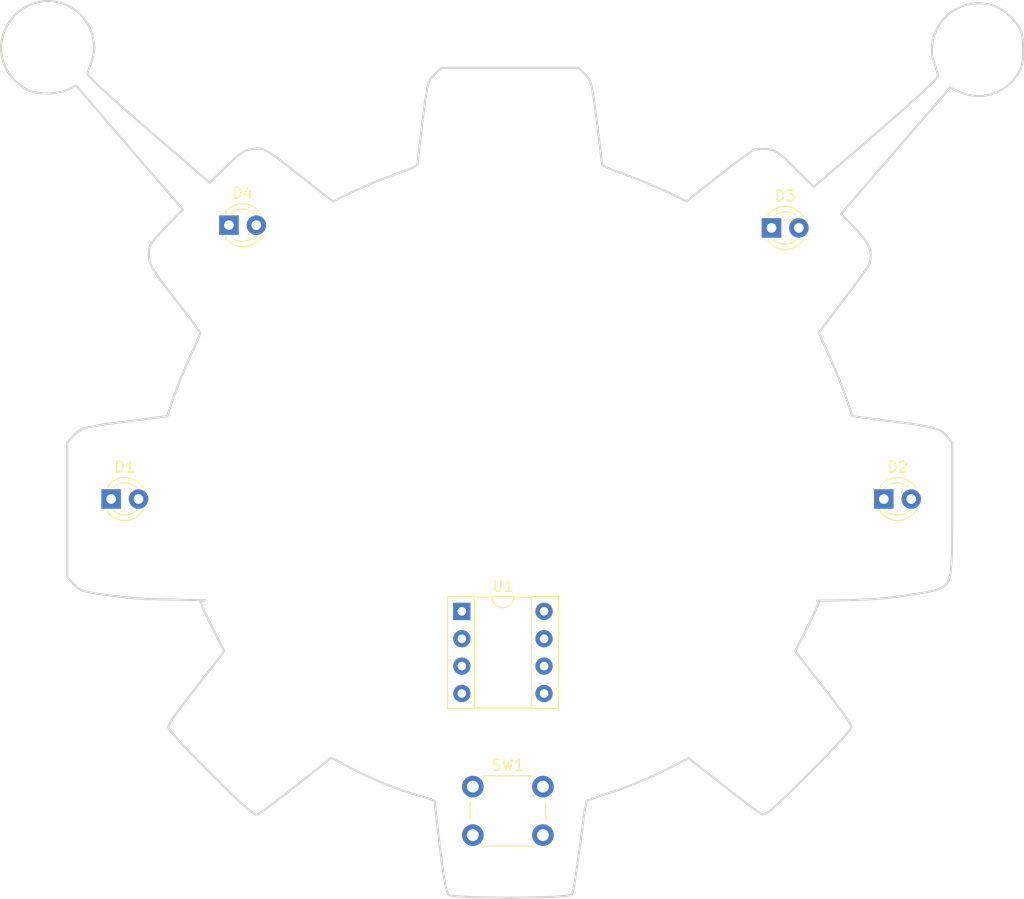
<source format=kicad_pcb>
(kicad_pcb (version 20171130) (host pcbnew no-vcs-found-cba430d~61~ubuntu16.04.1)

  (general
    (thickness 1.6)
    (drawings 324)
    (tracks 0)
    (zones 0)
    (modules 6)
    (nets 8)
  )

  (page A4)
  (layers
    (0 F.Cu signal)
    (31 B.Cu signal)
    (32 B.Adhes user)
    (33 F.Adhes user)
    (34 B.Paste user)
    (35 F.Paste user)
    (36 B.SilkS user)
    (37 F.SilkS user)
    (38 B.Mask user)
    (39 F.Mask user)
    (40 Dwgs.User user)
    (41 Cmts.User user)
    (42 Eco1.User user)
    (43 Eco2.User user)
    (44 Edge.Cuts user)
    (45 Margin user)
    (46 B.CrtYd user)
    (47 F.CrtYd user)
    (48 B.Fab user)
    (49 F.Fab user)
  )

  (setup
    (last_trace_width 0.25)
    (trace_clearance 0.2)
    (zone_clearance 0.508)
    (zone_45_only no)
    (trace_min 0.2)
    (segment_width 0.2)
    (edge_width 0.15)
    (via_size 0.8)
    (via_drill 0.4)
    (via_min_size 0.4)
    (via_min_drill 0.3)
    (uvia_size 0.3)
    (uvia_drill 0.1)
    (uvias_allowed no)
    (uvia_min_size 0.2)
    (uvia_min_drill 0.1)
    (pcb_text_width 0.3)
    (pcb_text_size 1.5 1.5)
    (mod_edge_width 0.15)
    (mod_text_size 1 1)
    (mod_text_width 0.15)
    (pad_size 1.524 1.524)
    (pad_drill 0.762)
    (pad_to_mask_clearance 0.2)
    (aux_axis_origin 0 0)
    (visible_elements FFFFFF7F)
    (pcbplotparams
      (layerselection 0x010fc_ffffffff)
      (usegerberextensions false)
      (usegerberattributes false)
      (usegerberadvancedattributes false)
      (creategerberjobfile false)
      (excludeedgelayer true)
      (linewidth 0.100000)
      (plotframeref false)
      (viasonmask false)
      (mode 1)
      (useauxorigin false)
      (hpglpennumber 1)
      (hpglpenspeed 20)
      (hpglpendiameter 15)
      (psnegative false)
      (psa4output false)
      (plotreference true)
      (plotvalue true)
      (plotinvisibletext false)
      (padsonsilk false)
      (subtractmaskfromsilk false)
      (outputformat 1)
      (mirror false)
      (drillshape 1)
      (scaleselection 1)
      (outputdirectory ""))
  )

  (net 0 "")
  (net 1 GND)
  (net 2 "Net-(D1-Pad2)")
  (net 3 "Net-(D2-Pad2)")
  (net 4 "Net-(D3-Pad2)")
  (net 5 "Net-(D4-Pad2)")
  (net 6 "Net-(SW1-Pad2)")
  (net 7 "Net-(SW1-Pad1)")

  (net_class Default "This is the default net class."
    (clearance 0.2)
    (trace_width 0.25)
    (via_dia 0.8)
    (via_drill 0.4)
    (uvia_dia 0.3)
    (uvia_drill 0.1)
    (add_net GND)
    (add_net "Net-(D1-Pad2)")
    (add_net "Net-(D2-Pad2)")
    (add_net "Net-(D3-Pad2)")
    (add_net "Net-(D4-Pad2)")
    (add_net "Net-(SW1-Pad1)")
    (add_net "Net-(SW1-Pad2)")
  )

  (module LEDs:LED_D3.0mm (layer F.Cu) (tedit 587A3A7B) (tstamp 5A8E0194)
    (at 123.698 102.616)
    (descr "LED, diameter 3.0mm, 2 pins")
    (tags "LED diameter 3.0mm 2 pins")
    (path /5A6A56F9)
    (fp_text reference D1 (at 1.27 -2.96) (layer F.SilkS)
      (effects (font (size 1 1) (thickness 0.15)))
    )
    (fp_text value LED (at 1.27 2.96) (layer F.Fab)
      (effects (font (size 1 1) (thickness 0.15)))
    )
    (fp_arc (start 1.27 0) (end -0.23 -1.16619) (angle 284.3) (layer F.Fab) (width 0.1))
    (fp_arc (start 1.27 0) (end -0.29 -1.235516) (angle 108.8) (layer F.SilkS) (width 0.12))
    (fp_arc (start 1.27 0) (end -0.29 1.235516) (angle -108.8) (layer F.SilkS) (width 0.12))
    (fp_arc (start 1.27 0) (end 0.229039 -1.08) (angle 87.9) (layer F.SilkS) (width 0.12))
    (fp_arc (start 1.27 0) (end 0.229039 1.08) (angle -87.9) (layer F.SilkS) (width 0.12))
    (fp_circle (center 1.27 0) (end 2.77 0) (layer F.Fab) (width 0.1))
    (fp_line (start -0.23 -1.16619) (end -0.23 1.16619) (layer F.Fab) (width 0.1))
    (fp_line (start -0.29 -1.236) (end -0.29 -1.08) (layer F.SilkS) (width 0.12))
    (fp_line (start -0.29 1.08) (end -0.29 1.236) (layer F.SilkS) (width 0.12))
    (fp_line (start -1.15 -2.25) (end -1.15 2.25) (layer F.CrtYd) (width 0.05))
    (fp_line (start -1.15 2.25) (end 3.7 2.25) (layer F.CrtYd) (width 0.05))
    (fp_line (start 3.7 2.25) (end 3.7 -2.25) (layer F.CrtYd) (width 0.05))
    (fp_line (start 3.7 -2.25) (end -1.15 -2.25) (layer F.CrtYd) (width 0.05))
    (pad 1 thru_hole rect (at 0 0) (size 1.8 1.8) (drill 0.9) (layers *.Cu *.Mask)
      (net 1 GND))
    (pad 2 thru_hole circle (at 2.54 0) (size 1.8 1.8) (drill 0.9) (layers *.Cu *.Mask)
      (net 2 "Net-(D1-Pad2)"))
    (model ${KISYS3DMOD}/LEDs.3dshapes/LED_D3.0mm.wrl
      (at (xyz 0 0 0))
      (scale (xyz 0.393701 0.393701 0.393701))
      (rotate (xyz 0 0 0))
    )
    (model ${KISYS3DMOD}/LED_THT.3dshapes/LED_D5.0mm.wrl
      (offset (xyz 0 0 -2.5))
      (scale (xyz 1 1 1))
      (rotate (xyz 0 0 0))
    )
  )

  (module LEDs:LED_D3.0mm (layer F.Cu) (tedit 587A3A7B) (tstamp 5A8E01A7)
    (at 195.326 102.616)
    (descr "LED, diameter 3.0mm, 2 pins")
    (tags "LED diameter 3.0mm 2 pins")
    (path /5A6A5687)
    (fp_text reference D2 (at 1.27 -2.96) (layer F.SilkS)
      (effects (font (size 1 1) (thickness 0.15)))
    )
    (fp_text value LED (at 1.27 2.96) (layer F.Fab)
      (effects (font (size 1 1) (thickness 0.15)))
    )
    (fp_arc (start 1.27 0) (end -0.23 -1.16619) (angle 284.3) (layer F.Fab) (width 0.1))
    (fp_arc (start 1.27 0) (end -0.29 -1.235516) (angle 108.8) (layer F.SilkS) (width 0.12))
    (fp_arc (start 1.27 0) (end -0.29 1.235516) (angle -108.8) (layer F.SilkS) (width 0.12))
    (fp_arc (start 1.27 0) (end 0.229039 -1.08) (angle 87.9) (layer F.SilkS) (width 0.12))
    (fp_arc (start 1.27 0) (end 0.229039 1.08) (angle -87.9) (layer F.SilkS) (width 0.12))
    (fp_circle (center 1.27 0) (end 2.77 0) (layer F.Fab) (width 0.1))
    (fp_line (start -0.23 -1.16619) (end -0.23 1.16619) (layer F.Fab) (width 0.1))
    (fp_line (start -0.29 -1.236) (end -0.29 -1.08) (layer F.SilkS) (width 0.12))
    (fp_line (start -0.29 1.08) (end -0.29 1.236) (layer F.SilkS) (width 0.12))
    (fp_line (start -1.15 -2.25) (end -1.15 2.25) (layer F.CrtYd) (width 0.05))
    (fp_line (start -1.15 2.25) (end 3.7 2.25) (layer F.CrtYd) (width 0.05))
    (fp_line (start 3.7 2.25) (end 3.7 -2.25) (layer F.CrtYd) (width 0.05))
    (fp_line (start 3.7 -2.25) (end -1.15 -2.25) (layer F.CrtYd) (width 0.05))
    (pad 1 thru_hole rect (at 0 0) (size 1.8 1.8) (drill 0.9) (layers *.Cu *.Mask)
      (net 2 "Net-(D1-Pad2)"))
    (pad 2 thru_hole circle (at 2.54 0) (size 1.8 1.8) (drill 0.9) (layers *.Cu *.Mask)
      (net 3 "Net-(D2-Pad2)"))
    (model ${KISYS3DMOD}/LEDs.3dshapes/LED_D3.0mm.wrl
      (at (xyz 0 0 0))
      (scale (xyz 0.3937 0.3937 0.3937))
      (rotate (xyz 0 0 0))
    )
    (model ${KISYS3DMOD}/LED_THT.3dshapes/LED_D5.0mm.wrl
      (offset (xyz 0 0 -2.5))
      (scale (xyz 1 1 1))
      (rotate (xyz 0 0 0))
    )
  )

  (module LEDs:LED_D3.0mm (layer F.Cu) (tedit 587A3A7B) (tstamp 5A8E01BA)
    (at 184.912 77.47)
    (descr "LED, diameter 3.0mm, 2 pins")
    (tags "LED diameter 3.0mm 2 pins")
    (path /5A6A5627)
    (fp_text reference D3 (at 1.27 -2.96) (layer F.SilkS)
      (effects (font (size 1 1) (thickness 0.15)))
    )
    (fp_text value LED (at 1.27 2.96) (layer F.Fab)
      (effects (font (size 1 1) (thickness 0.15)))
    )
    (fp_line (start 3.7 -2.25) (end -1.15 -2.25) (layer F.CrtYd) (width 0.05))
    (fp_line (start 3.7 2.25) (end 3.7 -2.25) (layer F.CrtYd) (width 0.05))
    (fp_line (start -1.15 2.25) (end 3.7 2.25) (layer F.CrtYd) (width 0.05))
    (fp_line (start -1.15 -2.25) (end -1.15 2.25) (layer F.CrtYd) (width 0.05))
    (fp_line (start -0.29 1.08) (end -0.29 1.236) (layer F.SilkS) (width 0.12))
    (fp_line (start -0.29 -1.236) (end -0.29 -1.08) (layer F.SilkS) (width 0.12))
    (fp_line (start -0.23 -1.16619) (end -0.23 1.16619) (layer F.Fab) (width 0.1))
    (fp_circle (center 1.27 0) (end 2.77 0) (layer F.Fab) (width 0.1))
    (fp_arc (start 1.27 0) (end 0.229039 1.08) (angle -87.9) (layer F.SilkS) (width 0.12))
    (fp_arc (start 1.27 0) (end 0.229039 -1.08) (angle 87.9) (layer F.SilkS) (width 0.12))
    (fp_arc (start 1.27 0) (end -0.29 1.235516) (angle -108.8) (layer F.SilkS) (width 0.12))
    (fp_arc (start 1.27 0) (end -0.29 -1.235516) (angle 108.8) (layer F.SilkS) (width 0.12))
    (fp_arc (start 1.27 0) (end -0.23 -1.16619) (angle 284.3) (layer F.Fab) (width 0.1))
    (pad 2 thru_hole circle (at 2.54 0) (size 1.8 1.8) (drill 0.9) (layers *.Cu *.Mask)
      (net 4 "Net-(D3-Pad2)"))
    (pad 1 thru_hole rect (at 0 0) (size 1.8 1.8) (drill 0.9) (layers *.Cu *.Mask)
      (net 3 "Net-(D2-Pad2)"))
    (model ${KISYS3DMOD}/LEDs.3dshapes/LED_D3.0mm.wrl
      (at (xyz 0 0 0))
      (scale (xyz 0.393701 0.393701 0.393701))
      (rotate (xyz 0 0 0))
    )
    (model ${KISYS3DMOD}/LED_THT.3dshapes/LED_D5.0mm.wrl
      (offset (xyz 0 0 -2.5))
      (scale (xyz 1 1 1))
      (rotate (xyz 0 0 0))
    )
  )

  (module LEDs:LED_D3.0mm (layer F.Cu) (tedit 587A3A7B) (tstamp 5A8E01CD)
    (at 134.62 77.216)
    (descr "LED, diameter 3.0mm, 2 pins")
    (tags "LED diameter 3.0mm 2 pins")
    (path /5A6A5563)
    (fp_text reference D4 (at 1.27 -2.96) (layer F.SilkS)
      (effects (font (size 1 1) (thickness 0.15)))
    )
    (fp_text value LED (at 1.27 2.96) (layer F.Fab)
      (effects (font (size 1 1) (thickness 0.15)))
    )
    (fp_line (start 3.7 -2.25) (end -1.15 -2.25) (layer F.CrtYd) (width 0.05))
    (fp_line (start 3.7 2.25) (end 3.7 -2.25) (layer F.CrtYd) (width 0.05))
    (fp_line (start -1.15 2.25) (end 3.7 2.25) (layer F.CrtYd) (width 0.05))
    (fp_line (start -1.15 -2.25) (end -1.15 2.25) (layer F.CrtYd) (width 0.05))
    (fp_line (start -0.29 1.08) (end -0.29 1.236) (layer F.SilkS) (width 0.12))
    (fp_line (start -0.29 -1.236) (end -0.29 -1.08) (layer F.SilkS) (width 0.12))
    (fp_line (start -0.23 -1.16619) (end -0.23 1.16619) (layer F.Fab) (width 0.1))
    (fp_circle (center 1.27 0) (end 2.77 0) (layer F.Fab) (width 0.1))
    (fp_arc (start 1.27 0) (end 0.229039 1.08) (angle -87.9) (layer F.SilkS) (width 0.12))
    (fp_arc (start 1.27 0) (end 0.229039 -1.08) (angle 87.9) (layer F.SilkS) (width 0.12))
    (fp_arc (start 1.27 0) (end -0.29 1.235516) (angle -108.8) (layer F.SilkS) (width 0.12))
    (fp_arc (start 1.27 0) (end -0.29 -1.235516) (angle 108.8) (layer F.SilkS) (width 0.12))
    (fp_arc (start 1.27 0) (end -0.23 -1.16619) (angle 284.3) (layer F.Fab) (width 0.1))
    (pad 2 thru_hole circle (at 2.54 0) (size 1.8 1.8) (drill 0.9) (layers *.Cu *.Mask)
      (net 5 "Net-(D4-Pad2)"))
    (pad 1 thru_hole rect (at 0 0) (size 1.8 1.8) (drill 0.9) (layers *.Cu *.Mask)
      (net 4 "Net-(D3-Pad2)"))
    (model ${KISYS3DMOD}/LEDs.3dshapes/LED_D3.0mm.wrl
      (at (xyz 0 0 0))
      (scale (xyz 0.393701 0.393701 0.393701))
      (rotate (xyz 0 0 0))
    )
    (model ${KISYS3DMOD}/LED_THT.3dshapes/LED_D5.0mm.wrl
      (offset (xyz 0 0 -2.5))
      (scale (xyz 1 1 1))
      (rotate (xyz 0 0 0))
    )
  )

  (module Buttons_Switches_THT:SW_PUSH_6mm (layer F.Cu) (tedit 5923F252) (tstamp 5A8E036A)
    (at 157.226 129.286)
    (descr https://www.omron.com/ecb/products/pdf/en-b3f.pdf)
    (tags "tact sw push 6mm")
    (path /5A60B36C)
    (fp_text reference SW1 (at 3.25 -2) (layer F.SilkS)
      (effects (font (size 1 1) (thickness 0.15)))
    )
    (fp_text value SW_DIP_x02 (at 3.75 6.7) (layer F.Fab)
      (effects (font (size 1 1) (thickness 0.15)))
    )
    (fp_text user %R (at 3.25 2.25) (layer F.Fab)
      (effects (font (size 1 1) (thickness 0.15)))
    )
    (fp_line (start 3.25 -0.75) (end 6.25 -0.75) (layer F.Fab) (width 0.1))
    (fp_line (start 6.25 -0.75) (end 6.25 5.25) (layer F.Fab) (width 0.1))
    (fp_line (start 6.25 5.25) (end 0.25 5.25) (layer F.Fab) (width 0.1))
    (fp_line (start 0.25 5.25) (end 0.25 -0.75) (layer F.Fab) (width 0.1))
    (fp_line (start 0.25 -0.75) (end 3.25 -0.75) (layer F.Fab) (width 0.1))
    (fp_line (start 7.75 6) (end 8 6) (layer F.CrtYd) (width 0.05))
    (fp_line (start 8 6) (end 8 5.75) (layer F.CrtYd) (width 0.05))
    (fp_line (start 7.75 -1.5) (end 8 -1.5) (layer F.CrtYd) (width 0.05))
    (fp_line (start 8 -1.5) (end 8 -1.25) (layer F.CrtYd) (width 0.05))
    (fp_line (start -1.5 -1.25) (end -1.5 -1.5) (layer F.CrtYd) (width 0.05))
    (fp_line (start -1.5 -1.5) (end -1.25 -1.5) (layer F.CrtYd) (width 0.05))
    (fp_line (start -1.5 5.75) (end -1.5 6) (layer F.CrtYd) (width 0.05))
    (fp_line (start -1.5 6) (end -1.25 6) (layer F.CrtYd) (width 0.05))
    (fp_line (start -1.25 -1.5) (end 7.75 -1.5) (layer F.CrtYd) (width 0.05))
    (fp_line (start -1.5 5.75) (end -1.5 -1.25) (layer F.CrtYd) (width 0.05))
    (fp_line (start 7.75 6) (end -1.25 6) (layer F.CrtYd) (width 0.05))
    (fp_line (start 8 -1.25) (end 8 5.75) (layer F.CrtYd) (width 0.05))
    (fp_line (start 1 5.5) (end 5.5 5.5) (layer F.SilkS) (width 0.12))
    (fp_line (start -0.25 1.5) (end -0.25 3) (layer F.SilkS) (width 0.12))
    (fp_line (start 5.5 -1) (end 1 -1) (layer F.SilkS) (width 0.12))
    (fp_line (start 6.75 3) (end 6.75 1.5) (layer F.SilkS) (width 0.12))
    (fp_circle (center 3.25 2.25) (end 1.25 2.5) (layer F.Fab) (width 0.1))
    (pad 2 thru_hole circle (at 0 4.5 90) (size 2 2) (drill 1.1) (layers *.Cu *.Mask)
      (net 6 "Net-(SW1-Pad2)"))
    (pad 1 thru_hole circle (at 0 0 90) (size 2 2) (drill 1.1) (layers *.Cu *.Mask)
      (net 7 "Net-(SW1-Pad1)"))
    (pad 2 thru_hole circle (at 6.5 4.5 90) (size 2 2) (drill 1.1) (layers *.Cu *.Mask)
      (net 6 "Net-(SW1-Pad2)"))
    (pad 1 thru_hole circle (at 6.5 0 90) (size 2 2) (drill 1.1) (layers *.Cu *.Mask)
      (net 7 "Net-(SW1-Pad1)"))
    (model ${KISYS3DMOD}/Button_Switch_THT.3dshapes/SW_PUSH_6mm_h5mm.wrl
      (at (xyz 0 0 0))
      (scale (xyz 1 1 1))
      (rotate (xyz 0 0 0))
    )
  )

  (module Package_DIP:DIP-8_W7.62mm_Socket (layer F.Cu) (tedit 5A02E8C5) (tstamp 5A8C2026)
    (at 156.21 113.03)
    (descr "8-lead though-hole mounted DIP package, row spacing 7.62 mm (300 mils), Socket")
    (tags "THT DIP DIL PDIP 2.54mm 7.62mm 300mil Socket")
    (path /5A6A5096)
    (fp_text reference U1 (at 3.81 -2.33) (layer F.SilkS)
      (effects (font (size 1 1) (thickness 0.15)))
    )
    (fp_text value LM555 (at 3.81 9.95) (layer F.Fab)
      (effects (font (size 1 1) (thickness 0.15)))
    )
    (fp_arc (start 3.81 -1.33) (end 2.81 -1.33) (angle -180) (layer F.SilkS) (width 0.12))
    (fp_line (start 1.635 -1.27) (end 6.985 -1.27) (layer F.Fab) (width 0.1))
    (fp_line (start 6.985 -1.27) (end 6.985 8.89) (layer F.Fab) (width 0.1))
    (fp_line (start 6.985 8.89) (end 0.635 8.89) (layer F.Fab) (width 0.1))
    (fp_line (start 0.635 8.89) (end 0.635 -0.27) (layer F.Fab) (width 0.1))
    (fp_line (start 0.635 -0.27) (end 1.635 -1.27) (layer F.Fab) (width 0.1))
    (fp_line (start -1.27 -1.33) (end -1.27 8.95) (layer F.Fab) (width 0.1))
    (fp_line (start -1.27 8.95) (end 8.89 8.95) (layer F.Fab) (width 0.1))
    (fp_line (start 8.89 8.95) (end 8.89 -1.33) (layer F.Fab) (width 0.1))
    (fp_line (start 8.89 -1.33) (end -1.27 -1.33) (layer F.Fab) (width 0.1))
    (fp_line (start 2.81 -1.33) (end 1.16 -1.33) (layer F.SilkS) (width 0.12))
    (fp_line (start 1.16 -1.33) (end 1.16 8.95) (layer F.SilkS) (width 0.12))
    (fp_line (start 1.16 8.95) (end 6.46 8.95) (layer F.SilkS) (width 0.12))
    (fp_line (start 6.46 8.95) (end 6.46 -1.33) (layer F.SilkS) (width 0.12))
    (fp_line (start 6.46 -1.33) (end 4.81 -1.33) (layer F.SilkS) (width 0.12))
    (fp_line (start -1.33 -1.39) (end -1.33 9.01) (layer F.SilkS) (width 0.12))
    (fp_line (start -1.33 9.01) (end 8.95 9.01) (layer F.SilkS) (width 0.12))
    (fp_line (start 8.95 9.01) (end 8.95 -1.39) (layer F.SilkS) (width 0.12))
    (fp_line (start 8.95 -1.39) (end -1.33 -1.39) (layer F.SilkS) (width 0.12))
    (fp_line (start -1.55 -1.6) (end -1.55 9.2) (layer F.CrtYd) (width 0.05))
    (fp_line (start -1.55 9.2) (end 9.15 9.2) (layer F.CrtYd) (width 0.05))
    (fp_line (start 9.15 9.2) (end 9.15 -1.6) (layer F.CrtYd) (width 0.05))
    (fp_line (start 9.15 -1.6) (end -1.55 -1.6) (layer F.CrtYd) (width 0.05))
    (fp_text user %R (at 3.81 3.81) (layer F.Fab)
      (effects (font (size 1 1) (thickness 0.15)))
    )
    (pad 1 thru_hole rect (at 0 0) (size 1.6 1.6) (drill 0.8) (layers *.Cu *.Mask)
      (net 1 GND))
    (pad 5 thru_hole oval (at 7.62 7.62) (size 1.6 1.6) (drill 0.8) (layers *.Cu *.Mask)
      (net 5 "Net-(D4-Pad2)"))
    (pad 2 thru_hole oval (at 0 2.54) (size 1.6 1.6) (drill 0.8) (layers *.Cu *.Mask))
    (pad 6 thru_hole oval (at 7.62 5.08) (size 1.6 1.6) (drill 0.8) (layers *.Cu *.Mask))
    (pad 3 thru_hole oval (at 0 5.08) (size 1.6 1.6) (drill 0.8) (layers *.Cu *.Mask))
    (pad 7 thru_hole oval (at 7.62 2.54) (size 1.6 1.6) (drill 0.8) (layers *.Cu *.Mask))
    (pad 4 thru_hole oval (at 0 7.62) (size 1.6 1.6) (drill 0.8) (layers *.Cu *.Mask))
    (pad 8 thru_hole oval (at 7.62 0) (size 1.6 1.6) (drill 0.8) (layers *.Cu *.Mask)
      (net 6 "Net-(SW1-Pad2)"))
    (model ${KISYS3DMOD}/Package_DIP.3dshapes/DIP-8_W7.62mm_Socket.wrl
      (at (xyz 0 0 0))
      (scale (xyz 1 1 1))
      (rotate (xyz 0 0 0))
    )
    (model ${KISYS3DMOD}/Package_DIP.3dshapes/DIP-8_W7.62mm.step
      (offset (xyz 0 0 3.5))
      (scale (xyz 1 1 1))
      (rotate (xyz 0 0 0))
    )
  )

  (gr_line (start 201.15818 96.787039) (end 200.911343 96.524914) (layer Edge.Cuts) (width 0.2))
  (gr_line (start 201.670258 97.396134) (end 201.15818 96.787039) (layer Edge.Cuts) (width 0.2))
  (gr_line (start 201.670258 103.463911) (end 201.670258 97.396134) (layer Edge.Cuts) (width 0.2))
  (gr_line (start 187.11708 116.718433) (end 188.221164 114.54003) (layer Edge.Cuts) (width 0.2))
  (gr_line (start 187.898152 117.743693) (end 187.11708 116.718433) (layer Edge.Cuts) (width 0.2))
  (gr_line (start 114.336876 63.305408) (end 114.663088 63.695224) (layer Edge.Cuts) (width 0.2))
  (gr_line (start 169.210828 71.597603) (end 168.724655 67.613419) (layer Edge.Cuts) (width 0.2))
  (gr_line (start 169.365429 71.731993) (end 169.210828 71.597603) (layer Edge.Cuts) (width 0.2))
  (gr_line (start 169.783756 71.937826) (end 169.365429 71.731993) (layer Edge.Cuts) (width 0.2))
  (gr_line (start 130.812095 121.058672) (end 129.530643 122.794912) (layer Edge.Cuts) (width 0.2))
  (gr_line (start 133.406665 117.743662) (end 130.812095 121.058672) (layer Edge.Cuts) (width 0.2))
  (gr_line (start 192.634183 77.465292) (end 191.350955 76.159463) (layer Edge.Cuts) (width 0.2))
  (gr_line (start 193.451481 78.388166) (end 192.634183 77.465292) (layer Edge.Cuts) (width 0.2))
  (gr_line (start 193.732213 78.796411) (end 193.451481 78.388166) (layer Edge.Cuts) (width 0.2))
  (gr_line (start 128.891661 94.933824) (end 125.484048 95.383615) (layer Edge.Cuts) (width 0.2))
  (gr_line (start 132.089997 112.059624) (end 131.979569 112.130637) (layer Edge.Cuts) (width 0.2))
  (gr_line (start 132.417234 112.003307) (end 132.089997 112.059624) (layer Edge.Cuts) (width 0.2))
  (gr_line (start 167.785411 130.599126) (end 168.560644 130.302232) (layer Edge.Cuts) (width 0.2))
  (gr_line (start 167.693389 130.972049) (end 167.785411 130.599126) (layer Edge.Cuts) (width 0.2))
  (gr_line (start 127.269818 80.576293) (end 127.393791 80.932988) (layer Edge.Cuts) (width 0.2))
  (gr_line (start 127.433096 78.88758) (end 127.308933 79.122439) (layer Edge.Cuts) (width 0.2))
  (gr_line (start 190.492173 121.058703) (end 187.898152 117.743693) (layer Edge.Cuts) (width 0.2))
  (gr_line (start 191.773659 122.794943) (end 190.492173 121.058703) (layer Edge.Cuts) (width 0.2))
  (gr_line (start 120.201201 110.474235) (end 120.663398 110.905976) (layer Edge.Cuts) (width 0.2))
  (gr_line (start 113.664517 59.612731) (end 113.553113 60.091176) (layer Edge.Cuts) (width 0.2))
  (gr_line (start 132.943093 128.089973) (end 134.929967 130.045974) (layer Edge.Cuts) (width 0.2))
  (gr_line (start 131.241151 126.369504) (end 132.943093 128.089973) (layer Edge.Cuts) (width 0.2))
  (gr_line (start 200.225052 62.860792) (end 200.344017 63.365754) (layer Edge.Cuts) (width 0.2))
  (gr_line (start 199.984074 62.135442) (end 200.225052 62.860792) (layer Edge.Cuts) (width 0.2))
  (gr_line (start 199.869853 61.766202) (end 199.984074 62.135442) (layer Edge.Cuts) (width 0.2))
  (gr_line (start 138.491269 131.023877) (end 140.884451 129.173684) (layer Edge.Cuts) (width 0.2))
  (gr_line (start 137.27344 131.877946) (end 138.491269 131.023877) (layer Edge.Cuts) (width 0.2))
  (gr_line (start 119.545662 56.780642) (end 119.019406 56.593322) (layer Edge.Cuts) (width 0.2))
  (gr_line (start 120.045341 57.037316) (end 119.545662 56.780642) (layer Edge.Cuts) (width 0.2))
  (gr_line (start 120.510582 57.362297) (end 120.045341 57.037316) (layer Edge.Cuts) (width 0.2))
  (gr_line (start 120.933529 57.754542) (end 120.510582 57.362297) (layer Edge.Cuts) (width 0.2))
  (gr_line (start 167.01644 62.619409) (end 160.652659 62.619409) (layer Edge.Cuts) (width 0.2))
  (gr_line (start 167.629943 63.23236) (end 167.01644 62.619409) (layer Edge.Cuts) (width 0.2))
  (gr_line (start 167.986579 63.653229) (end 167.629943 63.23236) (layer Edge.Cuts) (width 0.2))
  (gr_line (start 168.114682 63.914561) (end 167.986579 63.653229) (layer Edge.Cuts) (width 0.2))
  (gr_line (start 206.683589 57.522906) (end 206.262465 57.225907) (layer Edge.Cuts) (width 0.2))
  (gr_line (start 207.073809 57.881714) (end 206.683589 57.522906) (layer Edge.Cuts) (width 0.2))
  (gr_line (start 207.690219 58.586901) (end 207.073809 57.881714) (layer Edge.Cuts) (width 0.2))
  (gr_line (start 130.163625 91.380344) (end 129.489729 93.183716) (layer Edge.Cuts) (width 0.2))
  (gr_line (start 195.814697 95.377581) (end 192.407087 94.92779) (layer Edge.Cuts) (width 0.2))
  (gr_line (start 198.298755 95.695138) (end 195.814697 95.377581) (layer Edge.Cuts) (width 0.2))
  (gr_line (start 199.789995 95.975887) (end 198.298755 95.695138) (layer Edge.Cuts) (width 0.2))
  (gr_line (start 160.7867 139.600508) (end 164.567135 139.518636) (layer Edge.Cuts) (width 0.2))
  (gr_line (start 156.970127 139.538496) (end 160.7867 139.600508) (layer Edge.Cuts) (width 0.2))
  (gr_line (start 155.019263 139.327622) (end 155.228063 139.394568) (layer Edge.Cuts) (width 0.2))
  (gr_line (start 154.924894 139.216009) (end 155.019263 139.327622) (layer Edge.Cuts) (width 0.2))
  (gr_line (start 153.39118 130.472409) (end 153.604698 130.580367) (layer Edge.Cuts) (width 0.2))
  (gr_line (start 152.689276 130.256272) (end 153.39118 130.472409) (layer Edge.Cuts) (width 0.2))
  (gr_line (start 131.009981 89.421118) (end 130.163625 91.380344) (layer Edge.Cuts) (width 0.2))
  (gr_line (start 199.7972 61.387035) (end 199.869853 61.766202) (layer Edge.Cuts) (width 0.2))
  (gr_line (start 199.775864 60.608333) (end 199.7972 61.387035) (layer Edge.Cuts) (width 0.2))
  (gr_line (start 199.918578 59.818178) (end 199.775864 60.608333) (layer Edge.Cuts) (width 0.2))
  (gr_line (start 201.352459 110.112051) (end 201.502333 109.519548) (layer Edge.Cuts) (width 0.2))
  (gr_line (start 201.132836 110.496892) (end 201.352459 110.112051) (layer Edge.Cuts) (width 0.2))
  (gr_line (start 200.830159 110.754524) (end 201.132836 110.496892) (layer Edge.Cuts) (width 0.2))
  (gr_line (start 202.911793 65.071858) (end 203.707067 65.223247) (layer Edge.Cuts) (width 0.2))
  (gr_line (start 202.11729 64.772458) (end 202.911793 65.071858) (layer Edge.Cuts) (width 0.2))
  (gr_line (start 201.444257 64.452753) (end 202.11729 64.772458) (layer Edge.Cuts) (width 0.2))
  (gr_line (start 151.212165 129.826241) (end 152.689276 130.256272) (layer Edge.Cuts) (width 0.2))
  (gr_line (start 149.435189 129.175699) (end 151.212165 129.826241) (layer Edge.Cuts) (width 0.2))
  (gr_line (start 200.269883 96.13059) (end 199.789995 95.975887) (layer Edge.Cuts) (width 0.2))
  (gr_line (start 200.629454 96.309849) (end 200.269883 96.13059) (layer Edge.Cuts) (width 0.2))
  (gr_line (start 200.911343 96.524914) (end 200.629454 96.309849) (layer Edge.Cuts) (width 0.2))
  (gr_line (start 167.54218 131.901162) (end 167.693389 130.972049) (layer Edge.Cuts) (width 0.2))
  (gr_line (start 167.146 134.867738) (end 167.54218 131.901162) (layer Edge.Cuts) (width 0.2))
  (gr_line (start 132.303643 112.933802) (end 133.083102 114.539999) (layer Edge.Cuts) (width 0.2))
  (gr_line (start 131.979569 112.130637) (end 132.303643 112.933802) (layer Edge.Cuts) (width 0.2))
  (gr_line (start 113.553113 60.091176) (end 113.499072 60.573153) (layer Edge.Cuts) (width 0.2))
  (gr_line (start 120.676248 96.309316) (end 120.393857 96.524583) (layer Edge.Cuts) (width 0.2))
  (gr_line (start 118.830013 64.900488) (end 119.298046 64.787268) (layer Edge.Cuts) (width 0.2))
  (gr_line (start 201.174746 57.771495) (end 200.814834 58.143431) (layer Edge.Cuts) (width 0.2))
  (gr_line (start 201.570222 57.450172) (end 201.174746 57.771495) (layer Edge.Cuts) (width 0.2))
  (gr_line (start 201.995722 57.180394) (end 201.570222 57.450172) (layer Edge.Cuts) (width 0.2))
  (gr_line (start 127.308933 79.122439) (end 127.239058 79.348268) (layer Edge.Cuts) (width 0.2))
  (gr_line (start 188.349598 128.101581) (end 190.05678 126.375902) (layer Edge.Cuts) (width 0.2))
  (gr_line (start 186.129356 130.295915) (end 188.349598 128.101581) (layer Edge.Cuts) (width 0.2))
  (gr_line (start 114.35051 58.240323) (end 114.062455 58.68313) (layer Edge.Cuts) (width 0.2))
  (gr_line (start 114.062704 62.889904) (end 114.336876 63.305408) (layer Edge.Cuts) (width 0.2))
  (gr_line (start 136.195618 131.225894) (end 136.917594 131.784844) (layer Edge.Cuts) (width 0.2))
  (gr_line (start 134.929967 130.045974) (end 136.195618 131.225894) (layer Edge.Cuts) (width 0.2))
  (gr_line (start 151.632732 71.889929) (end 151.028557 72.144736) (layer Edge.Cuts) (width 0.2))
  (gr_line (start 151.981339 71.677612) (end 151.632732 71.889929) (layer Edge.Cuts) (width 0.2))
  (gr_line (start 152.06609 71.584278) (end 151.981339 71.677612) (layer Edge.Cuts) (width 0.2))
  (gr_line (start 152.09449 71.497833) (end 152.06609 71.584278) (layer Edge.Cuts) (width 0.2))
  (gr_line (start 127.21449 80.236131) (end 127.269818 80.576293) (layer Edge.Cuts) (width 0.2))
  (gr_line (start 154.834295 139.015137) (end 154.924894 139.216009) (layer Edge.Cuts) (width 0.2))
  (gr_line (start 154.651181 138.276471) (end 154.834295 139.015137) (layer Edge.Cuts) (width 0.2))
  (gr_line (start 117.918593 56.430915) (end 117.918593 56.430915) (layer Edge.Cuts) (width 0.2))
  (gr_line (start 118.47443 56.476398) (end 117.918593 56.430915) (layer Edge.Cuts) (width 0.2))
  (gr_line (start 119.019406 56.593322) (end 118.47443 56.476398) (layer Edge.Cuts) (width 0.2))
  (gr_line (start 137.196331 70.102903) (end 136.830789 70.139088) (layer Edge.Cuts) (width 0.2))
  (gr_line (start 137.511954 70.108761) (end 137.196331 70.102903) (layer Edge.Cuts) (width 0.2))
  (gr_line (start 137.834625 70.189821) (end 137.511954 70.108761) (layer Edge.Cuts) (width 0.2))
  (gr_line (start 138.221311 70.379238) (end 137.834625 70.189821) (layer Edge.Cuts) (width 0.2))
  (gr_line (start 200.223858 59.035407) (end 199.918578 59.818178) (layer Edge.Cuts) (width 0.2))
  (gr_line (start 200.496025 58.565046) (end 200.223858 59.035407) (layer Edge.Cuts) (width 0.2))
  (gr_line (start 200.814834 58.143431) (end 200.496025 58.565046) (layer Edge.Cuts) (width 0.2))
  (gr_line (start 129.959365 84.502625) (end 131.386056 86.357906) (layer Edge.Cuts) (width 0.2))
  (gr_line (start 154.443471 136.973352) (end 154.651181 138.276471) (layer Edge.Cuts) (width 0.2))
  (gr_line (start 154.184724 134.967509) (end 154.443471 136.973352) (layer Edge.Cuts) (width 0.2))
  (gr_line (start 153.292267 63.675354) (end 153.162126 63.932566) (layer Edge.Cuts) (width 0.2))
  (gr_line (start 153.658839 63.248897) (end 153.292267 63.675354) (layer Edge.Cuts) (width 0.2))
  (gr_line (start 154.287777 62.619409) (end 153.658839 63.248897) (layer Edge.Cuts) (width 0.2))
  (gr_line (start 160.652659 62.619409) (end 154.287777 62.619409) (layer Edge.Cuts) (width 0.2))
  (gr_line (start 194.605316 68.691596) (end 188.834092 73.66907) (layer Edge.Cuts) (width 0.2))
  (gr_line (start 197.10143 66.514449) (end 194.605316 68.691596) (layer Edge.Cuts) (width 0.2))
  (gr_line (start 198.901647 64.890178) (end 197.10143 66.514449) (layer Edge.Cuts) (width 0.2))
  (gr_line (start 152.564125 67.529634) (end 152.09449 71.497833) (layer Edge.Cuts) (width 0.2))
  (gr_line (start 152.840658 65.441488) (end 152.564125 67.529634) (layer Edge.Cuts) (width 0.2))
  (gr_line (start 153.051455 64.281473) (end 152.840658 65.441488) (layer Edge.Cuts) (width 0.2))
  (gr_line (start 153.162126 63.932566) (end 153.051455 64.281473) (layer Edge.Cuts) (width 0.2))
  (gr_line (start 117.257891 64.981322) (end 117.785524 64.997759) (layer Edge.Cuts) (width 0.2))
  (gr_line (start 128.775354 77.379272) (end 127.904834 78.295063) (layer Edge.Cuts) (width 0.2))
  (gr_line (start 117.785524 64.997759) (end 118.317702 64.970733) (layer Edge.Cuts) (width 0.2))
  (gr_line (start 117.050869 56.50467) (end 116.623477 56.6086) (layer Edge.Cuts) (width 0.2))
  (gr_line (start 207.214373 63.892037) (end 207.725906 63.234566) (layer Edge.Cuts) (width 0.2))
  (gr_line (start 206.621223 64.424127) (end 207.214373 63.892037) (layer Edge.Cuts) (width 0.2))
  (gr_line (start 205.960188 64.827065) (end 206.621223 64.424127) (layer Edge.Cuts) (width 0.2))
  (gr_line (start 177.032571 74.999153) (end 175.064735 74.044999) (layer Edge.Cuts) (width 0.2))
  (gr_line (start 179.872986 72.759565) (end 177.032571 74.999153) (layer Edge.Cuts) (width 0.2))
  (gr_line (start 182.010559 71.107694) (end 179.872986 72.759565) (layer Edge.Cuts) (width 0.2))
  (gr_line (start 119.634 97.396103) (end 119.634 103.632) (layer Edge.Cuts) (width 0.2))
  (gr_line (start 144.114572 126.614391) (end 145.962247 127.600515) (layer Edge.Cuts) (width 0.2))
  (gr_line (start 140.884451 129.173684) (end 144.114572 126.614391) (layer Edge.Cuts) (width 0.2))
  (gr_line (start 120.457516 64.253733) (end 121.020306 64.930075) (layer Edge.Cuts) (width 0.2))
  (gr_line (start 183.919482 131.799124) (end 184.08318 131.861752) (layer Edge.Cuts) (width 0.2))
  (gr_line (start 182.67526 130.904358) (end 183.919482 131.799124) (layer Edge.Cuts) (width 0.2))
  (gr_line (start 130.004336 125.060623) (end 131.241151 126.369504) (layer Edge.Cuts) (width 0.2))
  (gr_line (start 129.250086 124.182316) (end 130.004336 125.060623) (layer Edge.Cuts) (width 0.2))
  (gr_line (start 117.483813 56.445591) (end 117.050869 56.50467) (layer Edge.Cuts) (width 0.2))
  (gr_line (start 153.683119 130.670235) (end 154.184724 134.967509) (layer Edge.Cuts) (width 0.2))
  (gr_line (start 153.604698 130.580367) (end 153.683119 130.670235) (layer Edge.Cuts) (width 0.2))
  (gr_line (start 128.439306 82.541756) (end 129.959365 84.502625) (layer Edge.Cuts) (width 0.2))
  (gr_line (start 125.701635 111.802139) (end 127.13579 111.890903) (layer Edge.Cuts) (width 0.2))
  (gr_line (start 127.612582 81.350169) (end 128.439306 82.541756) (layer Edge.Cuts) (width 0.2))
  (gr_line (start 113.834044 59.141991) (end 113.664517 59.612731) (layer Edge.Cuts) (width 0.2))
  (gr_line (start 121.306323 58.213008) (end 120.933529 57.754542) (layer Edge.Cuts) (width 0.2))
  (gr_line (start 121.621106 58.736649) (end 121.306323 58.213008) (layer Edge.Cuts) (width 0.2))
  (gr_line (start 121.959022 59.56501) (end 121.621106 58.736649) (layer Edge.Cuts) (width 0.2))
  (gr_line (start 122.122237 60.377718) (end 121.959022 59.56501) (layer Edge.Cuts) (width 0.2))
  (gr_line (start 131.386056 86.357906) (end 131.979569 87.211298) (layer Edge.Cuts) (width 0.2))
  (gr_line (start 119.298046 64.787268) (end 119.69739 64.631316) (layer Edge.Cuts) (width 0.2))
  (gr_line (start 201.646015 107.389755) (end 201.670258 103.463911) (layer Edge.Cuts) (width 0.2))
  (gr_line (start 201.595751 108.638933) (end 201.646015 107.389755) (layer Edge.Cuts) (width 0.2))
  (gr_line (start 201.502333 109.519548) (end 201.595751 108.638933) (layer Edge.Cuts) (width 0.2))
  (gr_line (start 121.500389 63.125976) (end 121.92262 61.936453) (layer Edge.Cuts) (width 0.2))
  (gr_line (start 121.560087 63.272153) (end 121.500389 63.125976) (layer Edge.Cuts) (width 0.2))
  (gr_line (start 121.793763 63.554294) (end 121.560087 63.272153) (layer Edge.Cuts) (width 0.2))
  (gr_line (start 122.802895 64.544855) (end 121.793763 63.554294) (layer Edge.Cuts) (width 0.2))
  (gr_line (start 115.80011 56.952925) (end 115.411517 57.194276) (layer Edge.Cuts) (width 0.2))
  (gr_line (start 116.313903 64.817086) (end 116.759214 64.921179) (layer Edge.Cuts) (width 0.2))
  (gr_line (start 207.895282 58.89816) (end 207.690219 58.586901) (layer Edge.Cuts) (width 0.2))
  (gr_line (start 208.043319 59.212941) (end 207.895282 58.89816) (layer Edge.Cuts) (width 0.2))
  (gr_line (start 208.143132 59.554555) (end 208.043319 59.212941) (layer Edge.Cuts) (width 0.2))
  (gr_line (start 121.036215 96.130054) (end 120.676248 96.309316) (layer Edge.Cuts) (width 0.2))
  (gr_line (start 165.849471 139.425299) (end 166.234662 139.365801) (layer Edge.Cuts) (width 0.2))
  (gr_line (start 164.567135 139.518636) (end 165.849471 139.425299) (layer Edge.Cuts) (width 0.2))
  (gr_line (start 113.841334 62.452885) (end 114.062704 62.889904) (layer Edge.Cuts) (width 0.2))
  (gr_line (start 113.499072 60.573153) (end 113.501634 61.054486) (layer Edge.Cuts) (width 0.2))
  (gr_line (start 120.9319 111.055988) (end 121.29079 111.180059) (layer Edge.Cuts) (width 0.2))
  (gr_line (start 193.933441 79.182606) (end 193.732213 78.796411) (layer Edge.Cuts) (width 0.2))
  (gr_line (start 194.059492 79.55681) (end 193.933441 79.182606) (layer Edge.Cuts) (width 0.2))
  (gr_line (start 194.114692 79.929087) (end 194.059492 79.55681) (layer Edge.Cuts) (width 0.2))
  (gr_line (start 120.663398 110.905976) (end 120.9319 111.055988) (layer Edge.Cuts) (width 0.2))
  (gr_line (start 127.201634 79.868559) (end 127.21449 80.236131) (layer Edge.Cuts) (width 0.2))
  (gr_line (start 119.634 109.867898) (end 120.201201 110.474235) (layer Edge.Cuts) (width 0.2))
  (gr_line (start 191.140908 91.380375) (end 190.294278 89.421149) (layer Edge.Cuts) (width 0.2))
  (gr_line (start 191.815081 93.183747) (end 191.140908 91.380375) (layer Edge.Cuts) (width 0.2))
  (gr_line (start 192.407087 94.92779) (end 191.815081 93.183747) (layer Edge.Cuts) (width 0.2))
  (gr_line (start 131.694688 87.918047) (end 131.009981 89.421118) (layer Edge.Cuts) (width 0.2))
  (gr_line (start 147.603499 128.401504) (end 149.435189 129.175699) (layer Edge.Cuts) (width 0.2))
  (gr_line (start 145.962247 127.600515) (end 147.603499 128.401504) (layer Edge.Cuts) (width 0.2))
  (gr_line (start 170.235562 129.75246) (end 171.319313 129.37549) (layer Edge.Cuts) (width 0.2))
  (gr_line (start 168.560644 130.302232) (end 170.235562 129.75246) (layer Edge.Cuts) (width 0.2))
  (gr_line (start 113.673525 61.998527) (end 113.841334 62.452885) (layer Edge.Cuts) (width 0.2))
  (gr_line (start 138.728978 70.710167) (end 138.221311 70.379238) (layer Edge.Cuts) (width 0.2))
  (gr_line (start 139.414593 71.215764) (end 138.728978 70.710167) (layer Edge.Cuts) (width 0.2))
  (gr_line (start 141.547538 72.883588) (end 139.414593 71.215764) (layer Edge.Cuts) (width 0.2))
  (gr_line (start 144.246838 75.01128) (end 141.547538 72.883588) (layer Edge.Cuts) (width 0.2))
  (gr_line (start 114.663088 63.695224) (end 115.040582 64.055177) (layer Edge.Cuts) (width 0.2))
  (gr_line (start 117.918617 56.430885) (end 117.483813 56.445591) (layer Edge.Cuts) (width 0.2))
  (gr_line (start 114.698969 57.817744) (end 114.35051 58.240323) (layer Edge.Cuts) (width 0.2))
  (gr_line (start 113.560039 61.531003) (end 113.673525 61.998527) (layer Edge.Cuts) (width 0.2))
  (gr_line (start 129.059373 123.910556) (end 129.250086 124.182316) (layer Edge.Cuts) (width 0.2))
  (gr_line (start 128.99584 123.753561) (end 129.059373 123.910556) (layer Edge.Cuts) (width 0.2))
  (gr_line (start 130.349625 75.761455) (end 128.775354 77.379272) (layer Edge.Cuts) (width 0.2))
  (gr_line (start 113.501634 61.054486) (end 113.560039 61.531003) (layer Edge.Cuts) (width 0.2))
  (gr_line (start 124.612025 111.686357) (end 125.701635 111.802139) (layer Edge.Cuts) (width 0.2))
  (gr_line (start 137.130187 131.879921) (end 137.27344 131.877946) (layer Edge.Cuts) (width 0.2))
  (gr_line (start 136.917594 131.784844) (end 137.130187 131.879921) (layer Edge.Cuts) (width 0.2))
  (gr_line (start 189.32524 87.204163) (end 189.99812 86.239522) (layer Edge.Cuts) (width 0.2))
  (gr_line (start 189.609844 87.915948) (end 189.32524 87.204163) (layer Edge.Cuts) (width 0.2))
  (gr_line (start 190.294278 89.421149) (end 189.609844 87.915948) (layer Edge.Cuts) (width 0.2))
  (gr_line (start 121.29079 111.180059) (end 122.476093 111.404259) (layer Edge.Cuts) (width 0.2))
  (gr_line (start 192.24475 123.910767) (end 192.308428 123.753592) (layer Edge.Cuts) (width 0.2))
  (gr_line (start 192.053542 124.183036) (end 192.24475 123.910767) (layer Edge.Cuts) (width 0.2))
  (gr_line (start 121.020306 64.930075) (end 125.966361 70.683659) (layer Edge.Cuts) (width 0.2))
  (gr_line (start 127.239058 79.348268) (end 127.201634 79.868559) (layer Edge.Cuts) (width 0.2))
  (gr_line (start 134.187186 116.718402) (end 133.406665 117.743662) (layer Edge.Cuts) (width 0.2))
  (gr_line (start 133.083102 114.539999) (end 134.187186 116.718402) (layer Edge.Cuts) (width 0.2))
  (gr_line (start 146.226805 74.051062) (end 144.246838 75.01128) (layer Edge.Cuts) (width 0.2))
  (gr_line (start 148.195807 73.185044) (end 146.226805 74.051062) (layer Edge.Cuts) (width 0.2))
  (gr_line (start 150.148701 72.451987) (end 148.195807 73.185044) (layer Edge.Cuts) (width 0.2))
  (gr_line (start 151.028557 72.144736) (end 150.148701 72.451987) (layer Edge.Cuts) (width 0.2))
  (gr_line (start 199.988372 63.835155) (end 198.901647 64.890178) (layer Edge.Cuts) (width 0.2))
  (gr_line (start 200.258679 63.526229) (end 199.988372 63.835155) (layer Edge.Cuts) (width 0.2))
  (gr_line (start 200.344017 63.365754) (end 200.258679 63.526229) (layer Edge.Cuts) (width 0.2))
  (gr_line (start 127.393791 80.932988) (end 127.612582 81.350169) (layer Edge.Cuts) (width 0.2))
  (gr_line (start 189.325249 112.130668) (end 189.275343 112.083153) (layer Edge.Cuts) (width 0.2))
  (gr_line (start 189.000899 112.933833) (end 189.325249 112.130668) (layer Edge.Cuts) (width 0.2))
  (gr_line (start 188.221164 114.54003) (end 189.000899 112.933833) (layer Edge.Cuts) (width 0.2))
  (gr_line (start 203.887198 56.635401) (end 203.396987 56.689665) (layer Edge.Cuts) (width 0.2))
  (gr_line (start 204.379744 56.637348) (end 203.887198 56.635401) (layer Edge.Cuts) (width 0.2))
  (gr_line (start 204.869083 56.696439) (end 204.379744 56.637348) (layer Edge.Cuts) (width 0.2))
  (gr_line (start 127.13579 111.890903) (end 132.417234 112.003307) (layer Edge.Cuts) (width 0.2))
  (gr_line (start 191.297209 125.063431) (end 192.053542 124.183036) (layer Edge.Cuts) (width 0.2))
  (gr_line (start 190.05678 126.375902) (end 191.297209 125.063431) (layer Edge.Cuts) (width 0.2))
  (gr_line (start 192.164173 123.415699) (end 191.773659 122.794943) (layer Edge.Cuts) (width 0.2))
  (gr_line (start 192.308428 123.753592) (end 192.164173 123.415699) (layer Edge.Cuts) (width 0.2))
  (gr_line (start 118.317702 64.970733) (end 118.830013 64.900488) (layer Edge.Cuts) (width 0.2))
  (gr_line (start 200.882017 65.129094) (end 201.444257 64.452753) (layer Edge.Cuts) (width 0.2))
  (gr_line (start 195.835091 70.982449) (end 200.882017 65.129094) (layer Edge.Cuts) (width 0.2))
  (gr_line (start 191.350955 76.159463) (end 195.835091 70.982449) (layer Edge.Cuts) (width 0.2))
  (gr_line (start 184.887739 131.446152) (end 186.129356 130.295915) (layer Edge.Cuts) (width 0.2))
  (gr_line (start 184.522907 131.722295) (end 184.887739 131.446152) (layer Edge.Cuts) (width 0.2))
  (gr_line (start 131.979569 87.211298) (end 131.694688 87.918047) (layer Edge.Cuts) (width 0.2))
  (gr_line (start 202.445709 56.963095) (end 201.995722 57.180394) (layer Edge.Cuts) (width 0.2))
  (gr_line (start 202.914644 56.799207) (end 202.445709 56.963095) (layer Edge.Cuts) (width 0.2))
  (gr_line (start 203.396987 56.689665) (end 202.914644 56.799207) (layer Edge.Cuts) (width 0.2))
  (gr_line (start 116.759214 64.921179) (end 117.257891 64.981322) (layer Edge.Cuts) (width 0.2))
  (gr_line (start 196.447502 111.689145) (end 198.988837 111.307124) (layer Edge.Cuts) (width 0.2))
  (gr_line (start 195.273734 111.822013) (end 196.447502 111.689145) (layer Edge.Cuts) (width 0.2))
  (gr_line (start 193.926834 111.922298) (end 195.273734 111.822013) (layer Edge.Cuts) (width 0.2))
  (gr_line (start 184.499886 70.141844) (end 183.735008 70.138093) (layer Edge.Cuts) (width 0.2))
  (gr_line (start 185.028294 70.246668) (end 184.499886 70.141844) (layer Edge.Cuts) (width 0.2))
  (gr_line (start 185.525812 70.50482) (end 185.028294 70.246668) (layer Edge.Cuts) (width 0.2))
  (gr_line (start 120.393857 96.524583) (end 120.14663 96.787008) (layer Edge.Cuts) (width 0.2))
  (gr_line (start 171.156067 72.451987) (end 169.783756 71.937826) (layer Edge.Cuts) (width 0.2))
  (gr_line (start 173.105 73.183296) (end 171.156067 72.451987) (layer Edge.Cuts) (width 0.2))
  (gr_line (start 175.064735 74.044999) (end 173.105 73.183296) (layer Edge.Cuts) (width 0.2))
  (gr_line (start 122.138179 60.77666) (end 122.122237 60.377718) (layer Edge.Cuts) (width 0.2))
  (gr_line (start 122.110265 61.169842) (end 122.138179 60.77666) (layer Edge.Cuts) (width 0.2))
  (gr_line (start 122.038432 61.556644) (end 122.110265 61.169842) (layer Edge.Cuts) (width 0.2))
  (gr_line (start 121.92262 61.936453) (end 122.038432 61.556644) (layer Edge.Cuts) (width 0.2))
  (gr_line (start 174.891679 127.835886) (end 177.232136 126.649119) (layer Edge.Cuts) (width 0.2))
  (gr_line (start 173.800179 128.354356) (end 174.891679 127.835886) (layer Edge.Cuts) (width 0.2))
  (gr_line (start 119.69739 64.631316) (end 120.457516 64.253733) (layer Edge.Cuts) (width 0.2))
  (gr_line (start 120.14663 96.787008) (end 119.634 97.396103) (layer Edge.Cuts) (width 0.2))
  (gr_line (start 194.103375 80.309494) (end 194.114692 79.929087) (layer Edge.Cuts) (width 0.2))
  (gr_line (start 194.029865 80.708091) (end 194.103375 80.309494) (layer Edge.Cuts) (width 0.2))
  (gr_line (start 193.801474 81.128935) (end 194.029865 80.708091) (layer Edge.Cuts) (width 0.2))
  (gr_line (start 205.349674 56.813607) (end 204.869083 56.696439) (layer Edge.Cuts) (width 0.2))
  (gr_line (start 205.815981 56.989785) (end 205.349674 56.813607) (layer Edge.Cuts) (width 0.2))
  (gr_line (start 206.262465 57.225907) (end 205.815981 56.989785) (layer Edge.Cuts) (width 0.2))
  (gr_line (start 155.642616 139.451978) (end 156.970127 139.538496) (layer Edge.Cuts) (width 0.2))
  (gr_line (start 155.228063 139.394568) (end 155.642616 139.451978) (layer Edge.Cuts) (width 0.2))
  (gr_line (start 208.20353 59.94631) (end 208.143132 59.554555) (layer Edge.Cuts) (width 0.2))
  (gr_line (start 208.241283 60.973481) (end 208.20353 59.94631) (layer Edge.Cuts) (width 0.2))
  (gr_line (start 208.222036 61.755482) (end 208.241283 60.973481) (layer Edge.Cuts) (width 0.2))
  (gr_line (start 135.229444 70.947578) (end 134.383944 71.763519) (layer Edge.Cuts) (width 0.2))
  (gr_line (start 135.814037 70.47475) (end 135.229444 70.947578) (layer Edge.Cuts) (width 0.2))
  (gr_line (start 136.295295 70.240199) (end 135.814037 70.47475) (layer Edge.Cuts) (width 0.2))
  (gr_line (start 136.830789 70.139088) (end 136.295295 70.240199) (layer Edge.Cuts) (width 0.2))
  (gr_line (start 124.567476 66.134423) (end 122.802895 64.544855) (layer Edge.Cuts) (width 0.2))
  (gr_line (start 127.127195 68.359765) (end 124.567476 66.134423) (layer Edge.Cuts) (width 0.2))
  (gr_line (start 132.853219 73.285425) (end 127.127195 68.359765) (layer Edge.Cuts) (width 0.2))
  (gr_line (start 134.383944 71.763519) (end 132.853219 73.285425) (layer Edge.Cuts) (width 0.2))
  (gr_line (start 208.146996 62.317098) (end 208.222036 61.755482) (layer Edge.Cuts) (width 0.2))
  (gr_line (start 207.990258 62.772177) (end 208.146996 62.317098) (layer Edge.Cuts) (width 0.2))
  (gr_line (start 207.725906 63.234566) (end 207.990258 62.772177) (layer Edge.Cuts) (width 0.2))
  (gr_line (start 205.244995 65.097078) (end 205.960188 64.827065) (layer Edge.Cuts) (width 0.2))
  (gr_line (start 204.489379 65.230396) (end 205.244995 65.097078) (layer Edge.Cuts) (width 0.2))
  (gr_line (start 203.707067 65.223247) (end 204.489379 65.230396) (layer Edge.Cuts) (width 0.2))
  (gr_line (start 180.341542 129.100374) (end 182.67526 130.904358) (layer Edge.Cuts) (width 0.2))
  (gr_line (start 177.232136 126.649119) (end 180.341542 129.100374) (layer Edge.Cuts) (width 0.2))
  (gr_line (start 129.489729 93.183716) (end 128.891661 94.933824) (layer Edge.Cuts) (width 0.2))
  (gr_line (start 115.04324 57.48239) (end 114.698969 57.817744) (layer Edge.Cuts) (width 0.2))
  (gr_line (start 122.476093 111.404259) (end 124.612025 111.686357) (layer Edge.Cuts) (width 0.2))
  (gr_line (start 116.623477 56.6086) (end 116.205326 56.757859) (layer Edge.Cuts) (width 0.2))
  (gr_line (start 125.966361 70.683659) (end 130.349625 75.761455) (layer Edge.Cuts) (width 0.2))
  (gr_line (start 116.205326 56.757859) (end 115.80011 56.952925) (layer Edge.Cuts) (width 0.2))
  (gr_line (start 192.012986 111.994202) (end 193.926834 111.922298) (layer Edge.Cuts) (width 0.2))
  (gr_line (start 189.138386 112.041923) (end 192.012986 111.994202) (layer Edge.Cuts) (width 0.2))
  (gr_line (start 189.275343 112.083153) (end 189.138386 112.041923) (layer Edge.Cuts) (width 0.2))
  (gr_line (start 168.225028 64.272598) (end 168.114682 63.914561) (layer Edge.Cuts) (width 0.2))
  (gr_line (start 168.439616 65.467112) (end 168.225028 64.272598) (layer Edge.Cuts) (width 0.2))
  (gr_line (start 168.724655 67.613419) (end 168.439616 65.467112) (layer Edge.Cuts) (width 0.2))
  (gr_line (start 127.904834 78.295063) (end 127.433096 78.88758) (layer Edge.Cuts) (width 0.2))
  (gr_line (start 200.431136 110.965398) (end 200.830159 110.754524) (layer Edge.Cuts) (width 0.2))
  (gr_line (start 199.912722 111.11935) (end 200.431136 110.965398) (layer Edge.Cuts) (width 0.2))
  (gr_line (start 198.988837 111.307124) (end 199.912722 111.11935) (layer Edge.Cuts) (width 0.2))
  (gr_line (start 193.270241 81.91377) (end 193.801474 81.128935) (layer Edge.Cuts) (width 0.2))
  (gr_line (start 191.616091 84.126728) (end 193.270241 81.91377) (layer Edge.Cuts) (width 0.2))
  (gr_line (start 189.99812 86.239522) (end 191.616091 84.126728) (layer Edge.Cuts) (width 0.2))
  (gr_line (start 115.94637 64.668798) (end 116.313903 64.817086) (layer Edge.Cuts) (width 0.2))
  (gr_line (start 183.160985 70.28075) (end 182.010559 71.107694) (layer Edge.Cuts) (width 0.2))
  (gr_line (start 183.406693 70.192906) (end 183.160985 70.28075) (layer Edge.Cuts) (width 0.2))
  (gr_line (start 183.735008 70.138093) (end 183.406693 70.192906) (layer Edge.Cuts) (width 0.2))
  (gr_line (start 125.484048 95.383615) (end 123.005672 95.696812) (layer Edge.Cuts) (width 0.2))
  (gr_line (start 115.040582 64.055177) (end 115.468596 64.381093) (layer Edge.Cuts) (width 0.2))
  (gr_line (start 115.468596 64.381093) (end 115.94637 64.668798) (layer Edge.Cuts) (width 0.2))
  (gr_line (start 115.411517 57.194276) (end 115.04324 57.48239) (layer Edge.Cuts) (width 0.2))
  (gr_line (start 114.062455 58.68313) (end 113.834044 59.141991) (layer Edge.Cuts) (width 0.2))
  (gr_line (start 166.409577 139.297856) (end 166.539177 138.862181) (layer Edge.Cuts) (width 0.2))
  (gr_line (start 166.234662 139.365801) (end 166.409577 139.297856) (layer Edge.Cuts) (width 0.2))
  (gr_line (start 184.269522 131.848488) (end 184.522907 131.722295) (layer Edge.Cuts) (width 0.2))
  (gr_line (start 184.08318 131.861752) (end 184.269522 131.848488) (layer Edge.Cuts) (width 0.2))
  (gr_line (start 123.005672 95.696812) (end 121.516167 95.975647) (layer Edge.Cuts) (width 0.2))
  (gr_line (start 121.516167 95.975647) (end 121.036215 96.130054) (layer Edge.Cuts) (width 0.2))
  (gr_line (start 166.721244 137.881721) (end 167.146 134.867738) (layer Edge.Cuts) (width 0.2))
  (gr_line (start 166.539177 138.862181) (end 166.721244 137.881721) (layer Edge.Cuts) (width 0.2))
  (gr_line (start 129.140134 123.415668) (end 128.99584 123.753561) (layer Edge.Cuts) (width 0.2))
  (gr_line (start 129.530643 122.794912) (end 129.140134 123.415668) (layer Edge.Cuts) (width 0.2))
  (gr_line (start 186.16342 71.034997) (end 185.525812 70.50482) (layer Edge.Cuts) (width 0.2))
  (gr_line (start 187.112096 71.955893) (end 186.16342 71.034997) (layer Edge.Cuts) (width 0.2))
  (gr_line (start 188.834092 73.66907) (end 187.112096 71.955893) (layer Edge.Cuts) (width 0.2))
  (gr_line (start 172.558455 128.888507) (end 173.800179 128.354356) (layer Edge.Cuts) (width 0.2))
  (gr_line (start 171.319313 129.37549) (end 172.558455 128.888507) (layer Edge.Cuts) (width 0.2))
  (gr_line (start 119.634 103.632) (end 119.634 109.867898) (layer Edge.Cuts) (width 0.2))

)

</source>
